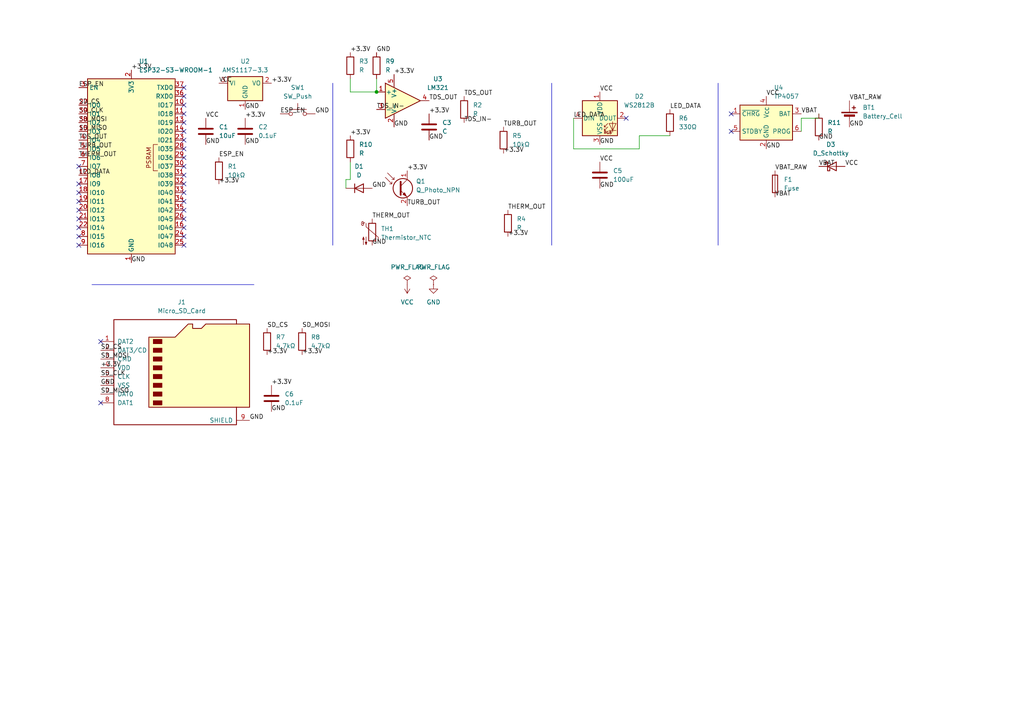
<source format=kicad_sch>
(kicad_sch (version 20231120) (generator "eeschema") (generator_version "8.0")
  (paper "A4")
  (lib_symbols
    (symbol "Amplifier_Operational:LM321" (pin_names (offset 0.127))
      (property "Reference" "U" (at 0 7.62 0))
      (property "Value" "LM321" (at 0 5.08 0))
      (symbol "LM321_0_1"
        (polyline (pts (xy -5.08 5.08) (xy 5.08 0) (xy -5.08 -5.08) (xy -5.08 5.08)) (stroke (width 0.254)) (fill (type background)))
      )
      (symbol "LM321_1_1"
        (pin input line (at -7.62 2.54 0) (length 2.54) (name "+") (number "1"))
        (pin power_in line (at -2.54 -7.62 90) (length 3.81) (name "V-") (number "2"))
        (pin input line (at -7.62 -2.54 0) (length 2.54) (name "-") (number "3"))
        (pin output line (at 7.62 0 180) (length 2.54) (name "~") (number "4"))
        (pin power_in line (at -2.54 7.62 270) (length 3.81) (name "V+") (number "5"))
      )
    )
    (symbol "Battery_Management:TP4057"
      (property "Reference" "U" (at -6.35 6.604 0))
      (property "Value" "TP4057" (at 1.524 6.604 0))
      (symbol "TP4057_0_1"
        (rectangle (start -7.62 5.08) (end 7.62 -5.08) (stroke (width 0.254)) (fill (type background)))
      )
      (symbol "TP4057_1_1"
        (pin open_collector line (at -10.16 2.54 0) (length 2.54) (name "~{CHRG}") (number "1"))
        (pin power_in line (at 0 -7.62 90) (length 2.54) (name "GND") (number "2"))
        (pin power_out line (at 10.16 2.54 180) (length 2.54) (name "BAT") (number "3"))
        (pin power_in line (at 0 7.62 270) (length 2.54) (name "V_{CC}") (number "4"))
        (pin open_collector line (at -10.16 -2.54 0) (length 2.54) (name "STDBY") (number "5"))
        (pin passive line (at 10.16 -2.54 180) (length 2.54) (name "PROG") (number "6"))
      )
    )
    (symbol "Connector:Micro_SD_Card" (pin_names (offset 1.016))
      (property "Reference" "J" (at -16.51 15.24 0))
      (property "Value" "Micro_SD_Card" (at 16.51 15.24 0))
      (symbol "Micro_SD_Card_0_1"
        (rectangle (start -7.62 -9.525) (end -5.08 -10.795) (fill (type outline)))
        (rectangle (start -7.62 -6.985) (end -5.08 -8.255) (fill (type outline)))
        (rectangle (start -7.62 -4.445) (end -5.08 -5.715) (fill (type outline)))
        (rectangle (start -7.62 -1.905) (end -5.08 -3.175) (fill (type outline)))
        (rectangle (start -7.62 0.635) (end -5.08 -0.635) (fill (type outline)))
        (rectangle (start -7.62 3.175) (end -5.08 1.905) (fill (type outline)))
        (rectangle (start -7.62 5.715) (end -5.08 4.445) (fill (type outline)))
        (rectangle (start -7.62 8.255) (end -5.08 6.985) (fill (type outline)))
        (polyline (pts (xy 16.51 12.7) (xy 16.51 13.97) (xy -19.05 13.97) (xy -19.05 -16.51) (xy 16.51 -16.51) (xy 16.51 -11.43)) (stroke (width 0.254)))
        (polyline (pts (xy -8.89 -11.43) (xy -8.89 8.89) (xy -1.27 8.89) (xy 2.54 12.7) (xy 3.81 12.7) (xy 3.81 11.43) (xy 6.35 11.43) (xy 7.62 12.7) (xy 20.32 12.7) (xy 20.32 -11.43) (xy -8.89 -11.43)) (stroke (width 0.254)) (fill (type background)))
      )
      (symbol "Micro_SD_Card_1_1"
        (pin bidirectional line (at -22.86 7.62 0) (length 3.81) (name "DAT2") (number "1"))
        (pin bidirectional line (at -22.86 5.08 0) (length 3.81) (name "DAT3/CD") (number "2"))
        (pin input line (at -22.86 2.54 0) (length 3.81) (name "CMD") (number "3"))
        (pin power_in line (at -22.86 0 0) (length 3.81) (name "VDD") (number "4"))
        (pin input line (at -22.86 -2.54 0) (length 3.81) (name "CLK") (number "5"))
        (pin power_in line (at -22.86 -5.08 0) (length 3.81) (name "VSS") (number "6"))
        (pin bidirectional line (at -22.86 -7.62 0) (length 3.81) (name "DAT0") (number "7"))
        (pin bidirectional line (at -22.86 -10.16 0) (length 3.81) (name "DAT1") (number "8"))
        (pin passive line (at 20.32 -15.24 180) (length 3.81) (name "SHIELD") (number "9"))
      )
    )
    (symbol "Device:Battery_Cell" (pin_numbers hide) (pin_names (offset 0) hide)
      (property "Reference" "BT" (at 2.54 2.54 0))
      (property "Value" "Battery_Cell" (at 2.54 0 0))
      (symbol "Battery_Cell_0_1"
        (rectangle (start -2.286 1.778) (end 2.286 1.524) (fill (type outline)))
        (rectangle (start -1.524 1.016) (end 1.524 0.508) (fill (type outline)))
        (polyline (pts (xy 0 0.762) (xy 0 0)))
        (polyline (pts (xy 0 1.778) (xy 0 2.54)))
        (polyline (pts (xy 0.762 3.048) (xy 1.778 3.048)) (stroke (width 0.254)))
        (polyline (pts (xy 1.27 3.556) (xy 1.27 2.54)) (stroke (width 0.254)))
      )
      (symbol "Battery_Cell_1_1"
        (pin passive line (at 0 5.08 270) (length 2.54) (name "+") (number "1"))
        (pin passive line (at 0 -2.54 90) (length 2.54) (name "-") (number "2"))
      )
    )
    (symbol "Device:C" (pin_numbers hide) (pin_names (offset 0.254))
      (property "Reference" "C" (at 0.635 2.54 0))
      (property "Value" "C" (at 0.635 -2.54 0))
      (symbol "C_0_1"
        (polyline (pts (xy -2.032 -0.762) (xy 2.032 -0.762)) (stroke (width 0.508)))
        (polyline (pts (xy -2.032 0.762) (xy 2.032 0.762)) (stroke (width 0.508)))
      )
      (symbol "C_1_1"
        (pin passive line (at 0 3.81 270) (length 2.794) (name "~") (number "1"))
        (pin passive line (at 0 -3.81 90) (length 2.794) (name "~") (number "2"))
      )
    )
    (symbol "Device:D" (pin_numbers hide) (pin_names (offset 1.016) hide)
      (property "Reference" "D" (at 0 2.54 0))
      (property "Value" "D" (at 0 -2.54 0))
      (symbol "D_0_1"
        (polyline (pts (xy -1.27 1.27) (xy -1.27 -1.27)) (stroke (width 0.254)))
        (polyline (pts (xy 1.27 0) (xy -1.27 0)))
        (polyline (pts (xy 1.27 1.27) (xy 1.27 -1.27) (xy -1.27 0) (xy 1.27 1.27)) (stroke (width 0.254)))
      )
      (symbol "D_1_1"
        (pin passive line (at -3.81 0 0) (length 2.54) (name "K") (number "1"))
        (pin passive line (at 3.81 0 180) (length 2.54) (name "A") (number "2"))
      )
    )
    (symbol "Device:D_Schottky" (pin_numbers hide) (pin_names (offset 1.016) hide)
      (property "Reference" "D" (at 0 2.54 0))
      (property "Value" "D_Schottky" (at 0 -2.54 0))
      (symbol "D_Schottky_0_1"
        (polyline (pts (xy 1.27 0) (xy -1.27 0)))
        (polyline (pts (xy 1.27 1.27) (xy 1.27 -1.27) (xy -1.27 0) (xy 1.27 1.27)) (stroke (width 0.254)))
        (polyline (pts (xy -1.905 0.635) (xy -1.905 1.27) (xy -1.27 1.27) (xy -1.27 -1.27) (xy -0.635 -1.27) (xy -0.635 -0.635)) (stroke (width 0.254)))
      )
      (symbol "D_Schottky_1_1"
        (pin passive line (at -3.81 0 0) (length 2.54) (name "K") (number "1"))
        (pin passive line (at 3.81 0 180) (length 2.54) (name "A") (number "2"))
      )
    )
    (symbol "Device:Fuse" (pin_numbers hide) (pin_names (offset 0))
      (property "Reference" "F" (at 2.032 0 90))
      (property "Value" "Fuse" (at -1.905 0 90))
      (symbol "Fuse_0_1"
        (rectangle (start -0.762 -2.54) (end 0.762 2.54) (stroke (width 0.254)))
        (polyline (pts (xy 0 2.54) (xy 0 -2.54)))
      )
      (symbol "Fuse_1_1"
        (pin passive line (at 0 3.81 270) (length 1.27) (name "~") (number "1"))
        (pin passive line (at 0 -3.81 90) (length 1.27) (name "~") (number "2"))
      )
    )
    (symbol "Device:Q_Photo_NPN" (pin_names (offset 0) hide)
      (property "Reference" "Q" (at 5.08 1.27 0))
      (property "Value" "Q_Photo_NPN" (at 5.08 -1.27 0))
      (symbol "Q_Photo_NPN_0_1"
        (polyline (pts (xy -1.905 1.27) (xy -2.54 1.27)))
        (polyline (pts (xy -1.27 2.54) (xy -1.905 2.54)))
        (polyline (pts (xy 0.635 0.635) (xy 2.54 2.54)))
        (polyline (pts (xy -3.81 3.175) (xy -1.905 1.27) (xy -1.905 1.905)))
        (polyline (pts (xy -3.175 4.445) (xy -1.27 2.54) (xy -1.27 3.175)))
        (polyline (pts (xy 0.635 -0.635) (xy 2.54 -2.54) (xy 2.54 -2.54)))
        (polyline (pts (xy 0.635 1.905) (xy 0.635 -1.905) (xy 0.635 -1.905)) (stroke (width 0.508)))
        (polyline (pts (xy 1.27 -1.778) (xy 1.778 -1.27) (xy 2.286 -2.286) (xy 1.27 -1.778) (xy 1.27 -1.778)) (fill (type outline)))
        (circle (center 1.27 0) (radius 2.8194) (stroke (width 0.254)))
      )
      (symbol "Q_Photo_NPN_1_1"
        (pin passive line (at 2.54 5.08 270) (length 2.54) (name "C") (number "1"))
        (pin passive line (at 2.54 -5.08 90) (length 2.54) (name "E") (number "2"))
      )
    )
    (symbol "Device:R" (pin_numbers hide) (pin_names (offset 0))
      (property "Reference" "R" (at 2.032 0 90))
      (property "Value" "R" (at 0 0 90))
      (symbol "R_0_1"
        (rectangle (start -1.016 -2.54) (end 1.016 2.54) (stroke (width 0.254)))
      )
      (symbol "R_1_1"
        (pin passive line (at 0 3.81 270) (length 1.27) (name "~") (number "1"))
        (pin passive line (at 0 -3.81 90) (length 1.27) (name "~") (number "2"))
      )
    )
    (symbol "Device:Thermistor_NTC" (pin_numbers hide) (pin_names (offset 0))
      (property "Reference" "TH" (at -4.445 0 90))
      (property "Value" "Thermistor_NTC" (at 3.175 0 90))
      (symbol "Thermistor_NTC_0_1"
        (arc (start -3.048 2.159) (mid -3.0495 2.3143) (end -3.175 2.413))
        (arc (start -3.048 2.159) (mid -2.9736 1.9794) (end -2.794 1.905))
        (arc (start -3.048 2.794) (mid -2.9736 2.6144) (end -2.794 2.54))
        (arc (start -2.794 1.905) (mid -2.6144 1.9794) (end -2.54 2.159))
        (arc (start -2.794 2.54) (mid -2.4393 2.5587) (end -2.159 2.794))
        (arc (start -2.794 3.048) (mid -2.9736 2.9736) (end -3.048 2.794))
        (arc (start -2.54 2.794) (mid -2.6144 2.9736) (end -2.794 3.048))
        (rectangle (start -1.016 2.54) (end 1.016 -2.54) (stroke (width 0.254)))
        (polyline (pts (xy -2.54 2.159) (xy -2.54 2.794)))
        (polyline (pts (xy -1.778 2.54) (xy -1.778 1.524) (xy 1.778 -1.524) (xy 1.778 -2.54)))
        (polyline (pts (xy -2.54 -3.683) (xy -2.54 -1.397) (xy -2.794 -2.159) (xy -2.286 -2.159) (xy -2.54 -1.397) (xy -2.54 -1.651)) (fill (type outline)))
        (polyline (pts (xy -1.778 -1.397) (xy -1.778 -3.683) (xy -2.032 -2.921) (xy -1.524 -2.921) (xy -1.778 -3.683) (xy -1.778 -3.429)) (fill (type outline)))
      )
      (symbol "Thermistor_NTC_1_1"
        (pin passive line (at 0 3.81 270) (length 1.27) (name "~") (number "1"))
        (pin passive line (at 0 -3.81 90) (length 1.27) (name "~") (number "2"))
      )
    )
    (symbol "LED:WS2812B" (pin_names (offset 0.254))
      (property "Reference" "D" (at 5.08 5.715 0))
      (property "Value" "WS2812B" (at 1.27 -5.715 0))
      (symbol "WS2812B_0_0"
        (text "RGB" (at 2.286 -4.191 0) (effects (font (size 0.762 0.762))))
      )
      (symbol "WS2812B_0_1"
        (polyline (pts (xy 1.27 -3.556) (xy 1.778 -3.556)))
        (polyline (pts (xy 1.27 -2.54) (xy 1.778 -2.54)))
        (polyline (pts (xy 4.699 -3.556) (xy 2.667 -3.556)))
        (polyline (pts (xy 2.286 -2.54) (xy 1.27 -3.556) (xy 1.27 -3.048)))
        (polyline (pts (xy 2.286 -1.524) (xy 1.27 -2.54) (xy 1.27 -2.032)))
        (polyline (pts (xy 3.683 -1.016) (xy 3.683 -3.556) (xy 3.683 -4.064)))
        (polyline (pts (xy 4.699 -1.524) (xy 2.667 -1.524) (xy 3.683 -3.556) (xy 4.699 -1.524)))
        (rectangle (start 5.08 5.08) (end -5.08 -5.08) (stroke (width 0.254)) (fill (type background)))
      )
      (symbol "WS2812B_1_1"
        (pin power_in line (at 0 7.62 270) (length 2.54) (name "VDD") (number "1"))
        (pin output line (at 7.62 0 180) (length 2.54) (name "DOUT") (number "2"))
        (pin power_in line (at 0 -7.62 90) (length 2.54) (name "VSS") (number "3"))
        (pin input line (at -7.62 0 0) (length 2.54) (name "DIN") (number "4"))
      )
    )
    (symbol "RF_Module:ESP32-S3-WROOM-1"
      (property "Reference" "U" (at -12.7 26.67 0))
      (property "Value" "ESP32-S3-WROOM-1" (at 12.7 26.67 0))
      (symbol "ESP32-S3-WROOM-1_0_0"
        (rectangle (start -12.7 25.4) (end 12.7 -25.4) (stroke (width 0.254)) (fill (type background)))
        (text "PSRAM" (at 5.08 2.54 900) (effects (font (size 1.27 1.27))))
      )
      (symbol "ESP32-S3-WROOM-1_0_1"
        (polyline (pts (xy 7.62 -1.27) (xy 6.35 -1.27) (xy 6.35 6.35) (xy 7.62 6.35)))
      )
      (symbol "ESP32-S3-WROOM-1_1_1"
        (pin power_in line (at 0 -27.94 90) (length 2.54) (name "GND") (number "1"))
        (pin bidirectional line (at 15.24 17.78 180) (length 2.54) (name "IO17") (number "10"))
        (pin bidirectional line (at 15.24 15.24 180) (length 2.54) (name "IO18") (number "11"))
        (pin bidirectional line (at -15.24 -2.54 0) (length 2.54) (name "IO8") (number "12"))
        (pin bidirectional line (at 15.24 12.7 180) (length 2.54) (name "IO19") (number "13"))
        (pin bidirectional line (at 15.24 10.16 180) (length 2.54) (name "IO20") (number "14"))
        (pin bidirectional line (at -15.24 10.16 0) (length 2.54) (name "IO3") (number "15"))
        (pin bidirectional line (at 15.24 -17.78 180) (length 2.54) (name "IO46") (number "16"))
        (pin bidirectional line (at -15.24 -5.08 0) (length 2.54) (name "IO9") (number "17"))
        (pin bidirectional line (at -15.24 -7.62 0) (length 2.54) (name "IO10") (number "18"))
        (pin bidirectional line (at -15.24 -10.16 0) (length 2.54) (name "IO11") (number "19"))
        (pin power_in line (at 0 27.94 270) (length 2.54) (name "3V3") (number "2"))
        (pin bidirectional line (at -15.24 -12.7 0) (length 2.54) (name "IO12") (number "20"))
        (pin bidirectional line (at -15.24 -15.24 0) (length 2.54) (name "IO13") (number "21"))
        (pin bidirectional line (at -15.24 -17.78 0) (length 2.54) (name "IO14") (number "22"))
        (pin bidirectional line (at 15.24 7.62 180) (length 2.54) (name "IO21") (number "23"))
        (pin bidirectional line (at 15.24 -20.32 180) (length 2.54) (name "IO47") (number "24"))
        (pin bidirectional line (at 15.24 -22.86 180) (length 2.54) (name "IO48") (number "25"))
        (pin bidirectional line (at 15.24 -15.24 180) (length 2.54) (name "IO45") (number "26"))
        (pin bidirectional line (at -15.24 17.78 0) (length 2.54) (name "IO0") (number "27"))
        (pin bidirectional line (at 15.24 5.08 180) (length 2.54) (name "IO35") (number "28"))
        (pin bidirectional line (at 15.24 2.54 180) (length 2.54) (name "IO36") (number "29"))
        (pin input line (at -15.24 22.86 0) (length 2.54) (name "EN") (number "3"))
        (pin bidirectional line (at 15.24 0 180) (length 2.54) (name "IO37") (number "30"))
        (pin bidirectional line (at 15.24 -2.54 180) (length 2.54) (name "IO38") (number "31"))
        (pin bidirectional line (at 15.24 -5.08 180) (length 2.54) (name "IO39") (number "32"))
        (pin bidirectional line (at 15.24 -7.62 180) (length 2.54) (name "IO40") (number "33"))
        (pin bidirectional line (at 15.24 -10.16 180) (length 2.54) (name "IO41") (number "34"))
        (pin bidirectional line (at 15.24 -12.7 180) (length 2.54) (name "IO42") (number "35"))
        (pin bidirectional line (at 15.24 20.32 180) (length 2.54) (name "RXD0") (number "36"))
        (pin bidirectional line (at 15.24 22.86 180) (length 2.54) (name "TXD0") (number "37"))
        (pin bidirectional line (at -15.24 12.7 0) (length 2.54) (name "IO2") (number "38"))
        (pin bidirectional line (at -15.24 15.24 0) (length 2.54) (name "IO1") (number "39"))
        (pin bidirectional line (at -15.24 7.62 0) (length 2.54) (name "IO4") (number "4"))
        (pin passive line (at 0 -27.94 90) (length 2.54) hide (name "GND") (number "40"))
        (pin passive line (at 0 -27.94 90) (length 2.54) hide (name "GND") (number "41"))
        (pin bidirectional line (at -15.24 5.08 0) (length 2.54) (name "IO5") (number "5"))
        (pin bidirectional line (at -15.24 2.54 0) (length 2.54) (name "IO6") (number "6"))
        (pin bidirectional line (at -15.24 0 0) (length 2.54) (name "IO7") (number "7"))
        (pin bidirectional line (at -15.24 -20.32 0) (length 2.54) (name "IO15") (number "8"))
        (pin bidirectional line (at -15.24 -22.86 0) (length 2.54) (name "IO16") (number "9"))
      )
    )
    (symbol "Regulator_Linear:AMS1117-3.3"
      (property "Reference" "U" (at -3.81 3.175 0))
      (property "Value" "AMS1117-3.3" (at 0 3.175 0))
      (symbol "AMS1117-3.3_0_1"
        (rectangle (start -5.08 -5.08) (end 5.08 1.905) (stroke (width 0.254)) (fill (type background)))
      )
      (symbol "AMS1117-3.3_1_1"
        (pin power_in line (at 0 -7.62 90) (length 2.54) (name "GND") (number "1"))
        (pin power_out line (at 7.62 0 180) (length 2.54) (name "VO") (number "2"))
        (pin power_in line (at -7.62 0 0) (length 2.54) (name "VI") (number "3"))
      )
    )
    (symbol "Switch:SW_Push" (pin_numbers hide) (pin_names (offset 1.016) hide)
      (property "Reference" "SW" (at 1.27 2.54 0))
      (property "Value" "SW_Push" (at 0 -1.524 0))
      (symbol "SW_Push_0_1"
        (circle (center -2.032 0) (radius 0.508))
        (polyline (pts (xy 0 1.27) (xy 0 3.048)))
        (polyline (pts (xy 2.54 1.27) (xy -2.54 1.27)))
        (circle (center 2.032 0) (radius 0.508))
        (pin passive line (at -5.08 0 0) (length 2.54) (name "1") (number "1"))
        (pin passive line (at 5.08 0 180) (length 2.54) (name "2") (number "2"))
      )
    )
    (symbol "power:GND" (power) (pin_numbers hide) (pin_names (offset 0) hide)
      (property "Value" "GND" (at 0 -3.81 0))
      (symbol "GND_0_1"
        (polyline (pts (xy 0 0) (xy 0 -1.27) (xy 1.27 -1.27) (xy 0 -2.54) (xy -1.27 -1.27) (xy 0 -1.27)))
      )
      (symbol "GND_1_1"
        (pin power_in line (at 0 0 270) (length 0) (name "~") (number "1"))
      )
    )
    (symbol "power:PWR_FLAG" (power) (pin_numbers hide) (pin_names (offset 0) hide)
      (property "Value" "PWR_FLAG" (at 0 3.81 0))
      (symbol "PWR_FLAG_0_0"
        (pin power_out line (at 0 0 90) (length 0) (name "~") (number "1"))
      )
      (symbol "PWR_FLAG_0_1"
        (polyline (pts (xy 0 0) (xy 0 1.27) (xy -1.016 1.905) (xy 0 2.54) (xy 1.016 1.905) (xy 0 1.27)))
      )
    )
    (symbol "power:VCC" (power) (pin_numbers hide) (pin_names (offset 0) hide)
      (property "Value" "VCC" (at 0 3.556 0))
      (symbol "VCC_0_1"
        (polyline (pts (xy -0.762 1.27) (xy 0 2.54)))
        (polyline (pts (xy 0 0) (xy 0 2.54)))
        (polyline (pts (xy 0 2.54) (xy 0.762 1.27)))
      )
      (symbol "VCC_1_1"
        (pin power_in line (at 0 0 90) (length 0) (name "~") (number "1"))
      )
    )
  )
  (junction (at 109.22 26.67))
  (no_connect (at 22.86 60.96))
  (no_connect (at 53.34 40.64))
  (no_connect (at 53.34 55.88))
  (no_connect (at 212.09 38.1))
  (no_connect (at 53.34 33.02))
  (no_connect (at 53.34 68.58))
  (no_connect (at 22.86 71.12))
  (no_connect (at 22.86 58.42))
  (no_connect (at 53.34 27.94))
  (no_connect (at 53.34 66.04))
  (no_connect (at 53.34 30.48))
  (no_connect (at 22.86 53.34))
  (no_connect (at 53.34 25.4))
  (no_connect (at 53.34 58.42))
  (no_connect (at 22.86 66.04))
  (no_connect (at 53.34 71.12))
  (no_connect (at 22.86 68.58))
  (no_connect (at 22.86 55.88))
  (no_connect (at 53.34 60.96))
  (no_connect (at 53.34 38.1))
  (no_connect (at 53.34 53.34))
  (no_connect (at 29.21 99.06))
  (no_connect (at 29.21 116.84))
  (no_connect (at 22.86 63.5))
  (no_connect (at 53.34 43.18))
  (no_connect (at 53.34 50.8))
  (no_connect (at 53.34 48.26))
  (no_connect (at 53.34 35.56))
  (no_connect (at 22.86 48.26))
  (no_connect (at 53.34 63.5))
  (no_connect (at 181.61 34.29))
  (no_connect (at 212.09 33.02))
  (no_connect (at 53.34 45.72))
  (wire (pts (xy 100.33 52.07) (xy 100.33 54.61)))
  (wire (pts (xy 185.42 39.37) (xy 185.42 43.18)))
  (polyline (pts (xy 208.28 24.13) (xy 208.28 71.12)))
  (polyline (pts (xy 26.67 82.55) (xy 73.66 82.55)))
  (polyline (pts (xy 96.52 24.13) (xy 96.52 71.12)))
  (wire (pts (xy 185.42 43.18) (xy 166.37 43.18)))
  (wire (pts (xy 109.22 22.86) (xy 109.22 26.67)))
  (wire (pts (xy 194.31 39.37) (xy 185.42 39.37)))
  (wire (pts (xy 232.41 38.1) (xy 232.41 34.29)))
  (wire (pts (xy 237.49 34.29) (xy 237.49 33.02)))
  (wire (pts (xy 101.6 22.86) (xy 101.6 26.67)))
  (wire (pts (xy 101.6 26.67) (xy 109.22 26.67)))
  (wire (pts (xy 232.41 34.29) (xy 237.49 34.29)))
  (polyline (pts (xy 160.02 24.13) (xy 160.02 71.12)))
  (wire (pts (xy 101.6 46.99) (xy 101.6 52.07)))
  (wire (pts (xy 166.37 43.18) (xy 166.37 34.29)))
  (wire (pts (xy 101.6 52.07) (xy 100.33 52.07)))
  (label "VBAT" (at 224.79 57.15 0))
  (label "GND" (at 173.99 54.61 0))
  (label "+3.3V" (at 71.12 34.29 0))
  (label "SD_CLK" (at 22.86 33.02 0))
  (label "GND" (at 38.1 76.2 0))
  (label "GND" (at 29.21 111.76 0))
  (label "SD_MOSI" (at 22.86 35.56 0))
  (label "GND" (at 71.12 41.91 0))
  (label "SD_CS" (at 29.21 101.6 0))
  (label "VCC" (at 173.99 46.99 0))
  (label "VCC" (at 59.69 34.29 0))
  (label "+3.3V" (at 38.1 20.32 0))
  (label "GND" (at 91.44 33.02 0))
  (label "SD_CLK" (at 29.21 109.22 0))
  (label "THERM_OUT" (at 22.86 45.72 0))
  (label "ESP_EN" (at 22.86 25.4 0))
  (label "TDS_OUT" (at 134.62 27.94 0))
  (label "GND" (at 222.25 43.18 0))
  (label "GND" (at 78.74 119.38 0))
  (label "GND" (at 246.38 36.83 0))
  (label "+3.3V" (at 63.5 53.34 0))
  (label "GND" (at 59.69 41.91 0))
  (label "+3.3V" (at 114.3 21.59 0))
  (label "SD_MOSI" (at 29.21 104.14 0))
  (label "GND" (at 124.46 40.64 0))
  (label "GND" (at 72.39 121.92 0))
  (label "SD_CS" (at 77.47 95.25 0))
  (label "GND" (at 107.95 71.12 0))
  (label "TURB_OUT" (at 118.11 59.69 0))
  (label "GND" (at 173.99 41.91 0))
  (label "+3.3V" (at 29.21 106.68 0))
  (label "VCC" (at 63.5 24.13 0))
  (label "+3.3V" (at 101.6 39.37 0))
  (label "+3.3V" (at 118.11 49.53 0))
  (label "TURB_OUT" (at 146.05 36.83 0))
  (label "LED_DATA" (at 194.31 31.75 0))
  (label "+3.3V" (at 77.47 102.87 0))
  (label "GND" (at 237.49 40.64 0))
  (label "+3.3V" (at 146.05 44.45 0))
  (label "GND" (at 109.22 15.24 0))
  (label "+3.3V" (at 124.46 33.02 0))
  (label "VBAT_RAW" (at 246.38 29.21 0))
  (label "LED_DATA" (at 166.37 34.29 0))
  (label "TDS_IN-" (at 134.62 35.56 0))
  (label "SD_CS" (at 22.86 30.48 0))
  (label "+3.3V" (at 147.32 68.58 0))
  (label "GND" (at 107.95 54.61 0))
  (label "THERM_OUT" (at 107.95 63.5 0))
  (label "SD_MISO" (at 22.86 38.1 0))
  (label "VCC" (at 222.25 27.94 0))
  (label "VBAT" (at 237.49 48.26 0))
  (label "+3.3V" (at 78.74 24.13 0))
  (label "GND" (at 71.12 31.75 0))
  (label "SD_MISO" (at 29.21 114.3 0))
  (label "+3.3V" (at 101.6 15.24 0))
  (label "VBAT_RAW" (at 224.79 49.53 0))
  (label "TDS_OUT" (at 124.46 29.21 0))
  (label "TDS_IN-" (at 109.22 31.75 0))
  (label "+3.3V" (at 87.63 102.87 0))
  (label "VBAT" (at 232.41 33.02 0))
  (label "THERM_OUT" (at 147.32 60.96 0))
  (label "TURB_OUT" (at 22.86 43.18 0))
  (label "ESP_EN" (at 81.28 33.02 0))
  (label "GND" (at 114.3 36.83 0))
  (label "LED_DATA" (at 22.86 50.8 0))
  (label "ESP_EN" (at 63.5 45.72 0))
  (label "SD_MOSI" (at 87.63 95.25 0))
  (label "+3.3V" (at 78.74 111.76 0))
  (label "VCC" (at 245.11 48.26 0))
  (label "TDS_OUT" (at 22.86 40.64 0))
  (label "VCC" (at 173.99 26.67 0))
  (symbol (lib_id "Battery_Management:TP4057") (at 222.25 35.56 0) (unit 1)
    (property "Reference" "U4" (at 224.4441 25.4 0) (effects (justify left)))
    (property "Value" "TP4057" (at 224.4441 27.94 0) (effects (justify left)))
    (property "Footprint" "Package_TO_SOT_SMD:TSOT-23-5" (effects (hide yes)))
    (property "Datasheet" "http://toppwr.com/uploadfile/file/20230304/640302a47b738.pdf" (effects (hide yes)))
    (property "Description" "Constant-current/constant-voltage linear charger for single cell lithium-ion batteries with 2.9V Trickle Charge, 4.5V to 6.5V VDD, -40 to +85 degree Celsius, TSOT-23-5" (effects (hide yes)))
  )
  (symbol (lib_id "power:PWR_FLAG") (at 118.11 82.55 0) (unit 1)
    (property "Reference" "#FLG01" (effects (hide yes)))
    (property "Value" "PWR_FLAG" (at 118.11 77.47 0))
    (property "Description" "Special symbol for telling ERC where power comes from" (effects (hide yes)))
  )
  (symbol (lib_id "Device:Fuse") (at 224.79 53.34 0) (unit 1)
    (property "Reference" "F1" (at 227.33 52.0699 0) (effects (justify left)))
    (property "Value" "Fuse" (at 227.33 54.6099 0) (effects (justify left)))
    (property "Footprint" "Fuse:Fuse_1206_3216Metric" (effects (hide yes)))
    (property "Description" "Fuse" (effects (hide yes)))
  )
  (symbol (lib_id "power:GND") (at 125.73 82.55 0) (unit 1)
    (property "Reference" "#PWR01" (effects (hide yes)))
    (property "Value" "GND" (at 125.73 87.63 0))
    (property "Description" "Power symbol creates a global label with name \"GND\" , ground" (effects (hide yes)))
  )
  (symbol (lib_id "Device:R") (at 63.5 49.53 0) (unit 1)
    (property "Reference" "R1" (at 66.04 48.2599 0) (effects (justify left)))
    (property "Value" "10kΩ" (at 66.04 50.7999 0) (effects (justify left)))
    (property "Footprint" "Resistor_SMD:R_0603_1608Metric" (effects (hide yes)))
    (property "Description" "Resistor" (effects (hide yes)))
  )
  (symbol (lib_id "power:VCC") (at 118.11 82.55 180) (unit 1)
    (property "Reference" "#PWR02" (effects (hide yes)))
    (property "Value" "VCC" (at 118.11 87.63 0))
    (property "Description" "Power symbol creates a global label with name \"VCC\"" (effects (hide yes)))
  )
  (symbol (lib_id "Device:C") (at 124.46 36.83 0) (unit 1)
    (property "Reference" "C3" (at 128.27 35.5599 0) (effects (justify left)))
    (property "Value" "C" (at 128.27 38.0999 0) (effects (justify left)))
    (property "Footprint" "Capacitor_SMD:C_0603_1608Metric" (effects (hide yes)))
    (property "Description" "Unpolarized capacitor" (effects (hide yes)))
  )
  (symbol (lib_id "Device:C") (at 71.12 38.1 0) (unit 1)
    (property "Reference" "C2" (at 74.93 36.8299 0) (effects (justify left)))
    (property "Value" "0.1uF" (at 74.93 39.3699 0) (effects (justify left)))
    (property "Footprint" "Capacitor_SMD:C_0603_1608Metric" (effects (hide yes)))
    (property "Description" "Unpolarized capacitor" (effects (hide yes)))
  )
  (symbol (lib_id "power:PWR_FLAG") (at 125.73 82.55 0) (unit 1)
    (property "Reference" "#FLG03" (effects (hide yes)))
    (property "Value" "PWR_FLAG" (at 125.73 77.47 0))
    (property "Description" "Special symbol for telling ERC where power comes from" (effects (hide yes)))
  )
  (symbol (lib_id "Device:R") (at 147.32 64.77 0) (unit 1)
    (property "Reference" "R4" (at 149.86 63.4999 0) (effects (justify left)))
    (property "Value" "R" (at 149.86 66.0399 0) (effects (justify left)))
    (property "Footprint" "Resistor_SMD:R_0603_1608Metric" (effects (hide yes)))
    (property "Description" "Resistor" (effects (hide yes)))
  )
  (symbol (lib_id "Switch:SW_Push") (at 86.36 33.02 0) (unit 1)
    (property "Reference" "SW1" (at 86.36 25.4 0))
    (property "Value" "SW_Push" (at 86.36 27.94 0))
    (property "Footprint" "Button_Switch_SMD:SW_SPST_TL3342" (effects (hide yes)))
    (property "Description" "Push button switch, generic, two pins" (effects (hide yes)))
  )
  (symbol (lib_id "Device:R") (at 134.62 31.75 0) (unit 1)
    (property "Reference" "R2" (at 137.16 30.4799 0) (effects (justify left)))
    (property "Value" "R" (at 137.16 33.0199 0) (effects (justify left)))
    (property "Footprint" "Resistor_SMD:R_0603_1608Metric" (effects (hide yes)))
    (property "Description" "Resistor" (effects (hide yes)))
  )
  (symbol (lib_id "Device:C") (at 59.69 38.1 0) (unit 1)
    (property "Reference" "C1" (at 63.5 36.8299 0) (effects (justify left)))
    (property "Value" "10uF" (at 63.5 39.3699 0) (effects (justify left)))
    (property "Footprint" "Capacitor_SMD:C_0603_1608Metric" (effects (hide yes)))
    (property "Description" "Unpolarized capacitor" (effects (hide yes)))
  )
  (symbol (lib_id "Device:D_Schottky") (at 241.3 48.26 0) (unit 1)
    (property "Reference" "D3" (at 240.9825 41.91 0))
    (property "Value" "D_Schottky" (at 240.9825 44.45 0))
    (property "Footprint" "Diode_SMD:D_SMA" (effects (hide yes)))
    (property "Description" "Schottky diode" (effects (hide yes)))
  )
  (symbol (lib_id "Connector:Micro_SD_Card") (at 52.07 106.68 0) (unit 1)
    (property "Reference" "J1" (at 52.705 87.63 0))
    (property "Value" "Micro_SD_Card" (at 52.705 90.17 0))
    (property "Footprint" "Connector_Card:microSD_HC_Molex_104031-0811" (effects (hide yes)))
    (property "Datasheet" "https://www.we-online.com/components/products/datasheet/693072010801.pdf" (effects (hide yes)))
    (property "Description" "Micro SD Card Socket" (effects (hide yes)))
  )
  (symbol (lib_id "Device:R") (at 146.05 40.64 0) (unit 1)
    (property "Reference" "R5" (at 148.59 39.3699 0) (effects (justify left)))
    (property "Value" "10kΩ" (at 148.59 41.9099 0) (effects (justify left)))
    (property "Footprint" "Resistor_SMD:R_0603_1608Metric" (effects (hide yes)))
    (property "Description" "Resistor" (effects (hide yes)))
  )
  (symbol (lib_id "Device:R") (at 87.63 99.06 0) (unit 1)
    (property "Reference" "R8" (at 90.17 97.7899 0) (effects (justify left)))
    (property "Value" "4.7kΩ" (at 90.17 100.3299 0) (effects (justify left)))
    (property "Footprint" "Resistor_SMD:R_0603_1608Metric" (effects (hide yes)))
    (property "Description" "Resistor" (effects (hide yes)))
  )
  (symbol (lib_id "Device:Q_Photo_NPN") (at 115.57 54.61 0) (unit 1)
    (property "Reference" "Q1" (at 120.65 52.5906 0) (effects (justify left)))
    (property "Value" "Q_Photo_NPN" (at 120.65 55.1306 0) (effects (justify left)))
    (property "Footprint" "Package_TO_SOT_SMD:SOT-23-8" (effects (hide yes)))
    (property "Description" "NPN phototransistor, collector/emitter" (effects (hide yes)))
  )
  (symbol (lib_id "Device:Thermistor_NTC") (at 107.95 67.31 0) (unit 1)
    (property "Reference" "TH1" (at 110.49 66.3574 0) (effects (justify left)))
    (property "Value" "Thermistor_NTC" (at 110.49 68.8974 0) (effects (justify left)))
    (property "Footprint" "Resistor_SMD:R_0603_1608Metric" (effects (hide yes)))
    (property "Description" "Temperature dependent resistor, negative temperature coefficient" (effects (hide yes)))
  )
  (symbol (lib_id "Device:R") (at 101.6 43.18 0) (unit 1)
    (property "Reference" "R10" (at 104.14 41.9099 0) (effects (justify left)))
    (property "Value" "R" (at 104.14 44.4499 0) (effects (justify left)))
    (property "Footprint" "Resistor_SMD:R_0603_1608Metric" (effects (hide yes)))
    (property "Description" "Resistor" (effects (hide yes)))
  )
  (symbol (lib_id "Device:R") (at 109.22 19.05 0) (unit 1)
    (property "Reference" "R9" (at 111.76 17.7799 0) (effects (justify left)))
    (property "Value" "R" (at 111.76 20.3199 0) (effects (justify left)))
    (property "Footprint" "Resistor_SMD:R_0603_1608Metric" (effects (hide yes)))
    (property "Description" "Resistor" (effects (hide yes)))
  )
  (symbol (lib_id "Device:Battery_Cell") (at 246.38 34.29 0) (unit 1)
    (property "Reference" "BT1" (at 250.19 31.1784 0) (effects (justify left)))
    (property "Value" "Battery_Cell" (at 250.19 33.7184 0) (effects (justify left)))
    (property "Footprint" "Battery:BatteryHolder_Keystone_3034_1x20mm" (effects (hide yes)))
    (property "Description" "Single-cell battery" (effects (hide yes)))
  )
  (symbol (lib_id "Amplifier_Operational:LM321") (at 116.84 29.21 0) (unit 1)
    (property "Reference" "U3" (at 127 22.8914 0))
    (property "Value" "LM321" (at 127 25.4314 0))
    (property "Footprint" "Package_TO_SOT_SMD:SOT-23-5" (effects (hide yes)))
    (property "Datasheet" "http://www.ti.com/lit/ds/symlink/lm321.pdf" (effects (hide yes)))
    (property "Description" "Low Power Single Operational Amplifier, SOT-23-5" (effects (hide yes)))
  )
  (symbol (lib_id "Device:R") (at 77.47 99.06 0) (unit 1)
    (property "Reference" "R7" (at 80.01 97.7899 0) (effects (justify left)))
    (property "Value" "4.7kΩ" (at 80.01 100.3299 0) (effects (justify left)))
    (property "Footprint" "Resistor_SMD:R_0603_1608Metric" (effects (hide yes)))
    (property "Description" "Resistor" (effects (hide yes)))
  )
  (symbol (lib_id "Device:C") (at 78.74 115.57 0) (unit 1)
    (property "Reference" "C6" (at 82.55 114.2999 0) (effects (justify left)))
    (property "Value" "0.1uF" (at 82.55 116.8399 0) (effects (justify left)))
    (property "Footprint" "Capacitor_SMD:C_0603_1608Metric" (effects (hide yes)))
    (property "Description" "Unpolarized capacitor" (effects (hide yes)))
  )
  (symbol (lib_id "Device:R") (at 237.49 36.83 0) (unit 1)
    (property "Reference" "R11" (at 240.03 35.5599 0) (effects (justify left)))
    (property "Value" "R" (at 240.03 38.0999 0) (effects (justify left)))
    (property "Footprint" "Resistor_SMD:R_0603_1608Metric" (effects (hide yes)))
    (property "Description" "Resistor" (effects (hide yes)))
  )
  (symbol (lib_id "Device:R") (at 101.6 19.05 0) (unit 1)
    (property "Reference" "R3" (at 104.14 17.7799 0) (effects (justify left)))
    (property "Value" "R" (at 104.14 20.3199 0) (effects (justify left)))
    (property "Footprint" "Resistor_SMD:R_0603_1608Metric" (effects (hide yes)))
    (property "Description" "Resistor" (effects (hide yes)))
  )
  (symbol (lib_id "Device:C") (at 173.99 50.8 0) (unit 1)
    (property "Reference" "C5" (at 177.8 49.5299 0) (effects (justify left)))
    (property "Value" "100uF" (at 177.8 52.0699 0) (effects (justify left)))
    (property "Footprint" "Capacitor_SMD:C_1206_3216Metric" (effects (hide yes)))
    (property "Description" "Unpolarized capacitor" (effects (hide yes)))
  )
  (symbol (lib_id "Device:D") (at 104.14 54.61 0) (unit 1)
    (property "Reference" "D1" (at 104.14 48.26 0))
    (property "Value" "D" (at 104.14 50.8 0))
    (property "Footprint" "LED_SMD:LED_0603_1608Metric" (effects (hide yes)))
    (property "Description" "Diode" (effects (hide yes)))
    (property "Sim.Device" "D" (effects (hide yes)))
    (property "Sim.Pins" "1=K 2=A" (effects (hide yes)))
  )
  (symbol (lib_id "RF_Module:ESP32-S3-WROOM-1") (at 38.1 48.26 0) (unit 1)
    (property "Reference" "U1" (at 40.2941 17.78 0) (effects (justify left)))
    (property "Value" "ESP32-S3-WROOM-1" (at 40.2941 20.32 0) (effects (justify left)))
    (property "Footprint" "RF_Module:ESP32-S3-WROOM-1" (effects (hide yes)))
    (property "Datasheet" "https://www.espressif.com/sites/default/files/documentation/esp32-s3-wroom-1_wroom-1u_datasheet_en.pdf" (effects (hide yes)))
    (property "Description" "RF Module, ESP32-S3 SoC, Wi-Fi 802.11b/g/n, Bluetooth, BLE, 32-bit, 3.3V, onboard antenna, SMD" (effects (hide yes)))
  )
  (symbol (lib_id "Regulator_Linear:AMS1117-3.3") (at 71.12 24.13 0) (unit 1)
    (property "Reference" "U2" (at 71.12 17.78 0))
    (property "Value" "AMS1117-3.3" (at 71.12 20.32 0))
    (property "Footprint" "Package_TO_SOT_SMD:SOT-223-3_TabPin2" (effects (hide yes)))
    (property "Datasheet" "http://www.advanced-monolithic.com/pdf/ds1117.pdf" (effects (hide yes)))
    (property "Description" "1A Low Dropout regulator, positive, 3.3V fixed output, SOT-223" (effects (hide yes)))
  )
  (symbol (lib_id "Device:R") (at 194.31 35.56 0) (unit 1)
    (property "Reference" "R6" (at 196.85 34.2899 0) (effects (justify left)))
    (property "Value" "330Ω" (at 196.85 36.8299 0) (effects (justify left)))
    (property "Footprint" "Resistor_SMD:R_0603_1608Metric" (effects (hide yes)))
    (property "Description" "Resistor" (effects (hide yes)))
  )
  (symbol (lib_id "LED:WS2812B") (at 173.99 34.29 0) (unit 1)
    (property "Reference" "D2" (at 185.42 27.9714 0))
    (property "Value" "WS2812B" (at 185.42 30.5114 0))
    (property "Footprint" "LED_SMD:LED_WS2812B_PLCC4_5.0x5.0mm_P3.2mm" (effects (hide yes)))
    (property "Datasheet" "https://cdn-shop.adafruit.com/datasheets/WS2812B.pdf" (effects (hide yes)))
    (property "Description" "RGB LED with integrated controller" (effects (hide yes)))
  )
)
</source>
